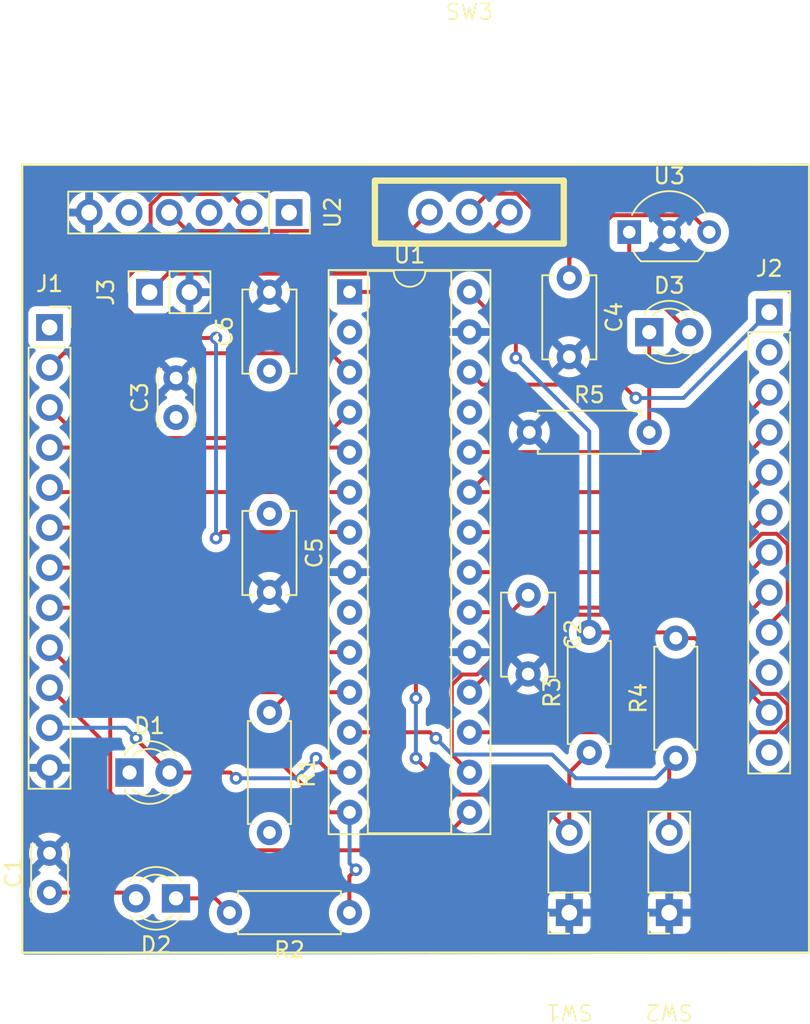
<source format=kicad_pcb>
(kicad_pcb (version 20221018) (generator pcbnew)
  (layers (0 "F.Cu" signal) (31 "B.Cu" signal) (34 "B.Paste" user) (35 "F.Paste" user) (36 "B.SilkS" user "B.Silkscreen") (37 "F.SilkS" user "F.Silkscreen") (38 "B.Mask" user) (39 "F.Mask" user) (44 "Edge.Cuts" user))
  (net 0 "")
  (net 1 "+3.3V")
  (net 2 "GND")
  (net 3 "Net-(U1-Vcap)")
  (net 4 "Net-(SW3-B)")
  (net 5 "Net-(D3-A)")
  (net 6 "Net-(D1-K)")
  (net 7 "Net-(D2-K)")
  (net 8 "Net-(D3-K)")
  (net 9 "/A0")
  (net 10 "/A1")
  (net 11 "/B0")
  (net 12 "/B1")
  (net 13 "/B2")
  (net 14 "/A3")
  (net 15 "/GREEN")
  (net 16 "/YELLOW")
  (net 17 "/B6")
  (net 18 "/Vin")
  (net 19 "/B15")
  (net 20 "/B14")
  (net 21 "/B13")
  (net 22 "/B12")
  (net 23 "/B11")
  (net 24 "/B10")
  (net 25 "/B9")
  (net 26 "/B8")
  (net 27 "/B7")
  (net 29 "Net-(J3-Power)")
  (net 30 "/USER")
  (net 31 "+5V")
  (net 32 "/~{MCLR}")
  (net 33 "/U1TX")
  (net 34 "/U1RX")
  (footprint "Resistor_THT:R_Axial_DIN0207_L6.3mm_D2.5mm_P7.62mm_Horizontal" (layer "F.Cu") (at 146.905 83.455 -90)
    (fp_text reference "R1" (at 3.81 -2.37 90) (layer "F.SilkS"))
    (fp_text value "330")
    (fp_line (start 0.54 -1.37) (end 7.08 -1.37) (stroke (width 0.12)) (layer "F.SilkS"))
    (fp_line (start 0.54 -1.04) (end 0.54 -1.37) (stroke (width 0.12)) (layer "F.SilkS"))
    (fp_line (start 0.54 1.04) (end 0.54 1.37) (stroke (width 0.12)) (layer "F.SilkS"))
    (fp_line (start 0.54 1.37) (end 7.08 1.37) (stroke (width 0.12)) (layer "F.SilkS"))
    (fp_line (start 7.08 -1.37) (end 7.08 -1.04) (stroke (width 0.12)) (layer "F.SilkS"))
    (fp_line (start 7.08 1.37) (end 7.08 1.04) (stroke (width 0.12)) (layer "F.SilkS"))
    (pad "1" thru_hole circle (at 0 0 270) (size 1.6 1.6) (drill 0.8) (layers "*.Cu" "*.Mask") (net 15 "/GREEN"))
    (pad "2" thru_hole oval (at 7.62 0 270) (size 1.6 1.6) (drill 0.8) (layers "*.Cu" "*.Mask") (net 6 "Net-(D1-K)"))
  )
  (footprint "ME433HW4:Button" (layer "F.Cu") (at 172.305 93.615 180)
    (fp_text reference "SW2" (at 0 -8.86 180 unlocked) (layer "F.SilkS") (effects (font (thickness 0.1))))
    (fp_text value "USER")
    (fp_line (start -1.33 -1.27) (end -1.33 3.87) (stroke (width 0.12)) (layer "F.SilkS"))
    (fp_line (start -1.33 -1.27) (end 1.33 -1.27) (stroke (width 0.12)) (layer "F.SilkS"))
    (fp_line (start -1.33 3.87) (end 1.33 3.87) (stroke (width 0.12)) (layer "F.SilkS"))
    (fp_line (start 0 -3.87) (end 1.33 -3.87) (stroke (width 0.12)) (layer "F.SilkS"))
    (fp_line (start 1.33 -3.87) (end 1.33 -2.54) (stroke (width 0.12)) (layer "F.SilkS"))
    (fp_line (start 1.33 -1.27) (end 1.33 3.87) (stroke (width 0.12)) (layer "F.SilkS"))
    (pad "1" thru_hole rect (at 0 -2.54 180) (size 1.7 1.7) (drill 1) (layers "*.Cu" "*.Mask") (net 2 "GND"))
    (pad "2" thru_hole oval (at 0 2.54 180) (size 1.7 1.7) (drill 1) (layers "*.Cu" "*.Mask") (net 30 "/USER"))
  )
  (footprint "ME433HW4:Button" (layer "F.Cu") (at 165.955 93.615 180)
    (fp_text reference "SW1" (at 0 -8.86 180 unlocked) (layer "F.SilkS") (effects (font (thickness 0.1))))
    (fp_text value "MCLR")
    (fp_line (start -1.33 -1.27) (end -1.33 3.87) (stroke (width 0.12)) (layer "F.SilkS"))
    (fp_line (start -1.33 -1.27) (end 1.33 -1.27) (stroke (width 0.12)) (layer "F.SilkS"))
    (fp_line (start -1.33 3.87) (end 1.33 3.87) (stroke (width 0.12)) (layer "F.SilkS"))
    (fp_line (start 0 -3.87) (end 1.33 -3.87) (stroke (width 0.12)) (layer "F.SilkS"))
    (fp_line (start 1.33 -3.87) (end 1.33 -2.54) (stroke (width 0.12)) (layer "F.SilkS"))
    (fp_line (start 1.33 -1.27) (end 1.33 3.87) (stroke (width 0.12)) (layer "F.SilkS"))
    (pad "1" thru_hole rect (at 0 -2.54 180) (size 1.7 1.7) (drill 1) (layers "*.Cu" "*.Mask") (net 2 "GND"))
    (pad "2" thru_hole oval (at 0 2.54 180) (size 1.7 1.7) (drill 1) (layers "*.Cu" "*.Mask") (net 32 "/~{MCLR}"))
  )
  (footprint "LED_THT:LED_D3.0mm" (layer "F.Cu") (at 138.015 87.265)
    (fp_text reference "D1" (at 1.27 -2.96) (layer "F.SilkS"))
    (fp_text value "GREEN")
    (fp_line (start -0.29 -1.236) (end -0.29 -1.08) (stroke (width 0.12)) (layer "F.SilkS"))
    (fp_line (start -0.29 1.08) (end -0.29 1.236) (stroke (width 0.12)) (layer "F.SilkS"))
    (fp_arc (start -0.29 -1.235516) (mid 1.366487 -1.987659) (end 2.942335 -1.078608) (stroke (width 0.12)) (layer "F.SilkS"))
    (fp_arc (start 0.229039 -1.08) (mid 1.270117 -1.5) (end 2.31113 -1.079837) (stroke (width 0.12)) (layer "F.SilkS"))
    (fp_arc (start 2.31113 1.079837) (mid 1.270117 1.5) (end 0.229039 1.08) (stroke (width 0.12)) (layer "F.SilkS"))
    (fp_arc (start 2.942335 1.078608) (mid 1.366487 1.987659) (end -0.29 1.235516) (stroke (width 0.12)) (layer "F.SilkS"))
    (pad "1" thru_hole rect (at 0 0) (size 1.8 1.8) (drill 0.9) (layers "*.Cu" "*.Mask") (net 6 "Net-(D1-K)"))
    (pad "2" thru_hole circle (at 2.54 0) (size 1.8 1.8) (drill 0.9) (layers "*.Cu" "*.Mask") (net 1 "+3.3V"))
  )
  (footprint "Resistor_THT:R_Axial_DIN0207_L6.3mm_D2.5mm_P7.62mm_Horizontal" (layer "F.Cu") (at 167.225 85.995 90)
    (fp_text reference "R3" (at 3.81 -2.37 90) (layer "F.SilkS"))
    (fp_text value "10k")
    (fp_line (start 0.54 -1.37) (end 7.08 -1.37) (stroke (width 0.12)) (layer "F.SilkS"))
    (fp_line (start 0.54 -1.04) (end 0.54 -1.37) (stroke (width 0.12)) (layer "F.SilkS"))
    (fp_line (start 0.54 1.04) (end 0.54 1.37) (stroke (width 0.12)) (layer "F.SilkS"))
    (fp_line (start 0.54 1.37) (end 7.08 1.37) (stroke (width 0.12)) (layer "F.SilkS"))
    (fp_line (start 7.08 -1.37) (end 7.08 -1.04) (stroke (width 0.12)) (layer "F.SilkS"))
    (fp_line (start 7.08 1.37) (end 7.08 1.04) (stroke (width 0.12)) (layer "F.SilkS"))
    (pad "1" thru_hole circle (at 0 0 90) (size 1.6 1.6) (drill 0.8) (layers "*.Cu" "*.Mask") (net 32 "/~{MCLR}"))
    (pad "2" thru_hole oval (at 7.62 0 90) (size 1.6 1.6) (drill 0.8) (layers "*.Cu" "*.Mask") (net 1 "+3.3V"))
  )
  (footprint "Resistor_THT:R_Axial_DIN0207_L6.3mm_D2.5mm_P7.62mm_Horizontal" (layer "F.Cu") (at 151.985 96.155 180)
    (fp_text reference "R2" (at 3.81 -2.37) (layer "F.SilkS"))
    (fp_text value "330")
    (fp_line (start 0.54 -1.37) (end 7.08 -1.37) (stroke (width 0.12)) (layer "F.SilkS"))
    (fp_line (start 0.54 -1.04) (end 0.54 -1.37) (stroke (width 0.12)) (layer "F.SilkS"))
    (fp_line (start 0.54 1.04) (end 0.54 1.37) (stroke (width 0.12)) (layer "F.SilkS"))
    (fp_line (start 0.54 1.37) (end 7.08 1.37) (stroke (width 0.12)) (layer "F.SilkS"))
    (fp_line (start 7.08 -1.37) (end 7.08 -1.04) (stroke (width 0.12)) (layer "F.SilkS"))
    (fp_line (start 7.08 1.37) (end 7.08 1.04) (stroke (width 0.12)) (layer "F.SilkS"))
    (pad "1" thru_hole circle (at 0 0 180) (size 1.6 1.6) (drill 0.8) (layers "*.Cu" "*.Mask") (net 16 "/YELLOW"))
    (pad "2" thru_hole oval (at 7.62 0 180) (size 1.6 1.6) (drill 0.8) (layers "*.Cu" "*.Mask") (net 7 "Net-(D2-K)"))
  )
  (footprint "LED_THT:LED_D3.0mm" (layer "F.Cu") (at 171.035 59.325)
    (fp_text reference "D3" (at 1.27 -2.96) (layer "F.SilkS"))
    (fp_text value "RED")
    (fp_line (start -0.29 -1.236) (end -0.29 -1.08) (stroke (width 0.12)) (layer "F.SilkS"))
    (fp_line (start -0.29 1.08) (end -0.29 1.236) (stroke (width 0.12)) (layer "F.SilkS"))
    (fp_arc (start -0.29 -1.235516) (mid 1.366487 -1.987659) (end 2.942335 -1.078608) (stroke (width 0.12)) (layer "F.SilkS"))
    (fp_arc (start 0.229039 -1.08) (mid 1.270117 -1.5) (end 2.31113 -1.079837) (stroke (width 0.12)) (layer "F.SilkS"))
    (fp_arc (start 2.31113 1.079837) (mid 1.270117 1.5) (end 0.229039 1.08) (stroke (width 0.12)) (layer "F.SilkS"))
    (fp_arc (start 2.942335 1.078608) (mid 1.366487 1.987659) (end -0.29 1.235516) (stroke (width 0.12)) (layer "F.SilkS"))
    (pad "1" thru_hole rect (at 0 0) (size 1.8 1.8) (drill 0.9) (layers "*.Cu" "*.Mask") (net 8 "Net-(D3-K)"))
    (pad "2" thru_hole circle (at 2.54 0) (size 1.8 1.8) (drill 0.9) (layers "*.Cu" "*.Mask") (net 5 "Net-(D3-A)"))
  )
  (footprint "Connector_PinSocket_2.54mm:PinSocket_1x12_P2.54mm_Vertical" (layer "F.Cu") (at 178.655 58.055)
    (fp_text reference "J2" (at 0 -2.77) (layer "F.SilkS"))
    (fp_text value "RIGHT")
    (fp_line (start -1.33 1.27) (end -1.33 29.27) (stroke (width 0.12)) (layer "F.SilkS"))
    (fp_line (start -1.33 1.27) (end 1.33 1.27) (stroke (width 0.12)) (layer "F.SilkS"))
    (fp_line (start -1.33 29.27) (end 1.33 29.27) (stroke (width 0.12)) (layer "F.SilkS"))
    (fp_line (start 0 -1.33) (end 1.33 -1.33) (stroke (width 0.12)) (layer "F.SilkS"))
    (fp_line (start 1.33 -1.33) (end 1.33 0) (stroke (width 0.12)) (layer "F.SilkS"))
    (fp_line (start 1.33 1.27) (end 1.33 29.27) (stroke (width 0.12)) (layer "F.SilkS"))
    (pad "1" thru_hole rect (at 0 0) (size 1.7 1.7) (drill 1) (layers "*.Cu" "*.Mask") (net 19 "/B15"))
    (pad "2" thru_hole oval (at 0 2.54) (size 1.7 1.7) (drill 1) (layers "*.Cu" "*.Mask") (net 20 "/B14"))
    (pad "3" thru_hole oval (at 0 5.08) (size 1.7 1.7) (drill 1) (layers "*.Cu" "*.Mask") (net 21 "/B13"))
    (pad "4" thru_hole oval (at 0 7.62) (size 1.7 1.7) (drill 1) (layers "*.Cu" "*.Mask") (net 22 "/B12"))
    (pad "5" thru_hole oval (at 0 10.16) (size 1.7 1.7) (drill 1) (layers "*.Cu" "*.Mask") (net 23 "/B11"))
    (pad "6" thru_hole oval (at 0 12.7) (size 1.7 1.7) (drill 1) (layers "*.Cu" "*.Mask") (net 24 "/B10"))
    (pad "7" thru_hole oval (at 0 15.24) (size 1.7 1.7) (drill 1) (layers "*.Cu" "*.Mask") (net 25 "/B9"))
    (pad "8" thru_hole oval (at 0 17.78) (size 1.7 1.7) (drill 1) (layers "*.Cu" "*.Mask") (net 26 "/B8"))
    (pad "9" thru_hole oval (at 0 20.32) (size 1.7 1.7) (drill 1) (layers "*.Cu" "*.Mask") (net 27 "/B7"))
    (pad "10" thru_hole oval (at 0 22.86) (size 1.7 1.7) (drill 1) (layers "*.Cu" "*.Mask") (net 18 "/Vin"))
    (pad "11" thru_hole oval (at 0 25.4) (size 1.7 1.7) (drill 1) (layers "*.Cu" "*.Mask") (net 1 "+3.3V"))
    (pad "12" thru_hole oval (at 0 27.94) (size 1.7 1.7) (drill 1) (layers "*.Cu" "*.Mask"))
  )
  (footprint "Capacitor_THT:C_Disc_D5.1mm_W3.2mm_P5.00mm" (layer "F.Cu") (at 165.955 55.88 -90)
    (fp_text reference "C4" (at 2.5 -2.85 90) (layer "F.SilkS"))
    (fp_text value "1 µF")
    (fp_line (start -0.17 -1.721) (end -0.17 -1.055) (stroke (width 0.12)) (layer "F.SilkS"))
    (fp_line (start -0.17 -1.721) (end 5.17 -1.721) (stroke (width 0.12)) (layer "F.SilkS"))
    (fp_line (start -0.17 1.055) (end -0.17 1.721) (stroke (width 0.12)) (layer "F.SilkS"))
    (fp_line (start -0.17 1.721) (end 5.17 1.721) (stroke (width 0.12)) (layer "F.SilkS"))
    (fp_line (start 5.17 -1.721) (end 5.17 -1.055) (stroke (width 0.12)) (layer "F.SilkS"))
    (fp_line (start 5.17 1.055) (end 5.17 1.721) (stroke (width 0.12)) (layer "F.SilkS"))
    (pad "1" thru_hole circle (at 0 0 270) (size 1.6 1.6) (drill 0.8) (layers "*.Cu" "*.Mask") (net 4 "Net-(SW3-B)"))
    (pad "2" thru_hole circle (at 5 0 270) (size 1.6 1.6) (drill 0.8) (layers "*.Cu" "*.Mask") (net 2 "GND"))
  )
  (footprint "Resistor_THT:R_Axial_DIN0207_L6.3mm_D2.5mm_P7.62mm_Horizontal" (layer "F.Cu") (at 163.415 65.675)
    (fp_text reference "R5" (at 3.81 -2.37) (layer "F.SilkS"))
    (fp_text value "330")
    (fp_line (start 0.54 -1.37) (end 7.08 -1.37) (stroke (width 0.12)) (layer "F.SilkS"))
    (fp_line (start 0.54 -1.04) (end 0.54 -1.37) (stroke (width 0.12)) (layer "F.SilkS"))
    (fp_line (start 0.54 1.04) (end 0.54 1.37) (stroke (width 0.12)) (layer "F.SilkS"))
    (fp_line (start 0.54 1.37) (end 7.08 1.37) (stroke (width 0.12)) (layer "F.SilkS"))
    (fp_line (start 7.08 -1.37) (end 7.08 -1.04) (stroke (width 0.12)) (layer "F.SilkS"))
    (fp_line (start 7.08 1.37) (end 7.08 1.04) (stroke (width 0.12)) (layer "F.SilkS"))
    (pad "1" thru_hole circle (at 0 0) (size 1.6 1.6) (drill 0.8) (layers "*.Cu" "*.Mask") (net 2 "GND"))
    (pad "2" thru_hole oval (at 7.62 0) (size 1.6 1.6) (drill 0.8) (layers "*.Cu" "*.Mask") (net 8 "Net-(D3-K)"))
  )
  (footprint "Connector_PinSocket_2.54mm:PinSocket_1x02_P2.54mm_Vertical" (layer "F.Cu") (at 139.285 56.785 90)
    (fp_text reference "J3" (at 0 -2.77 90) (layer "F.SilkS"))
    (fp_text value "~")
    (fp_line (start -1.33 1.27) (end -1.33 3.87) (stroke (width 0.12)) (layer "F.SilkS"))
    (fp_line (start -1.33 1.27) (end 1.33 1.27) (stroke (width 0.12)) (layer "F.SilkS"))
    (fp_line (start -1.33 3.87) (end 1.33 3.87) (stroke (width 0.12)) (layer "F.SilkS"))
    (fp_line (start 0 -1.33) (end 1.33 -1.33) (stroke (width 0.12)) (layer "F.SilkS"))
    (fp_line (start 1.33 -1.33) (end 1.33 0) (stroke (width 0.12)) (layer "F.SilkS"))
    (fp_line (start 1.33 1.27) (end 1.33 3.87) (stroke (width 0.12)) (layer "F.SilkS"))
    (pad "1" thru_hole rect (at 0 0 90) (size 1.7 1.7) (drill 1) (layers "*.Cu" "*.Mask") (net 29 "Net-(J3-Power)"))
    (pad "2" thru_hole oval (at 0 2.54 90) (size 1.7 1.7) (drill 1) (layers "*.Cu" "*.Mask") (net 2 "GND"))
  )
  (footprint "Capacitor_THT:C_Disc_D3.4mm_W2.1mm_P2.50mm" (layer "F.Cu") (at 132.935 94.885 90)
    (fp_text reference "C1" (at 1.25 -2.3 90) (layer "F.SilkS"))
    (fp_text value "0.1 µF")
    (fp_line (start -0.57 -1.17) (end -0.57 -0.925) (stroke (width 0.12)) (layer "F.SilkS"))
    (fp_line (start -0.57 -1.17) (end 3.07 -1.17) (stroke (width 0.12)) (layer "F.SilkS"))
    (fp_line (start -0.57 0.925) (end -0.57 1.17) (stroke (width 0.12)) (layer "F.SilkS"))
    (fp_line (start -0.57 1.17) (end 3.07 1.17) (stroke (width 0.12)) (layer "F.SilkS"))
    (fp_line (start 3.07 -1.17) (end 3.07 -0.925) (stroke (width 0.12)) (layer "F.SilkS"))
    (fp_line (start 3.07 0.925) (end 3.07 1.17) (stroke (width 0.12)) (layer "F.SilkS"))
    (pad "1" thru_hole circle (at 0 0 90) (size 1.6 1.6) (drill 0.8) (layers "*.Cu" "*.Mask") (net 1 "+3.3V"))
    (pad "2" thru_hole circle (at 2.5 0 90) (size 1.6 1.6) (drill 0.8) (layers "*.Cu" "*.Mask") (net 2 "GND"))
  )
  (footprint "Connector_PinSocket_2.54mm:PinSocket_1x12_P2.54mm_Vertical" (layer "F.Cu") (at 132.935 59.025)
    (fp_text reference "J1" (at 0 -2.77) (layer "F.SilkS"))
    (fp_text value "LEFT")
    (fp_line (start -1.33 1.27) (end -1.33 29.27) (stroke (width 0.12)) (layer "F.SilkS"))
    (fp_line (start -1.33 1.27) (end 1.33 1.27) (stroke (width 0.12)) (layer "F.SilkS"))
    (fp_line (start -1.33 29.27) (end 1.33 29.27) (stroke (width 0.12)) (layer "F.SilkS"))
    (fp_line (start 0 -1.33) (end 1.33 -1.33) (stroke (width 0.12)) (layer "F.SilkS"))
    (fp_line (start 1.33 -1.33) (end 1.33 0) (stroke (width 0.12)) (layer "F.SilkS"))
    (fp_line (start 1.33 1.27) (end 1.33 29.27) (stroke (width 0.12)) (layer "F.SilkS"))
    (pad "1" thru_hole rect (at 0 0) (size 1.7 1.7) (drill 1) (layers "*.Cu" "*.Mask") (net 9 "/A0"))
    (pad "2" thru_hole oval (at 0 2.54) (size 1.7 1.7) (drill 1) (layers "*.Cu" "*.Mask") (net 10 "/A1"))
    (pad "3" thru_hole oval (at 0 5.08) (size 1.7 1.7) (drill 1) (layers "*.Cu" "*.Mask") (net 11 "/B0"))
    (pad "4" thru_hole oval (at 0 7.62) (size 1.7 1.7) (drill 1) (layers "*.Cu" "*.Mask") (net 12 "/B1"))
    (pad "5" thru_hole oval (at 0 10.16) (size 1.7 1.7) (drill 1) (layers "*.Cu" "*.Mask") (net 13 "/B2"))
    (pad "6" thru_hole oval (at 0 12.7) (size 1.7 1.7) (drill 1) (layers "*.Cu" "*.Mask") (net 14 "/A3"))
    (pad "7" thru_hole oval (at 0 15.24) (size 1.7 1.7) (drill 1) (layers "*.Cu" "*.Mask") (net 15 "/GREEN"))
    (pad "8" thru_hole oval (at 0 17.78) (size 1.7 1.7) (drill 1) (layers "*.Cu" "*.Mask") (net 16 "/YELLOW"))
    (pad "9" thru_hole oval (at 0 20.32) (size 1.7 1.7) (drill 1) (layers "*.Cu" "*.Mask") (net 17 "/B6"))
    (pad "10" thru_hole oval (at 0 22.86) (size 1.7 1.7) (drill 1) (layers "*.Cu" "*.Mask") (net 18 "/Vin"))
    (pad "11" thru_hole oval (at 0 25.4) (size 1.7 1.7) (drill 1) (layers "*.Cu" "*.Mask") (net 1 "+3.3V"))
    (pad "12" thru_hole oval (at 0 27.94) (size 1.7 1.7) (drill 1) (layers "*.Cu" "*.Mask") (net 2 "GND"))
  )
  (footprint "LED_THT:LED_D3.0mm" (layer "F.Cu") (at 140.97 95.25 180)
    (fp_text reference "D2" (at 1.27 -2.96) (layer "F.SilkS"))
    (fp_text value "YELLOW")
    (fp_line (start -0.29 -1.236) (end -0.29 -1.08) (stroke (width 0.12)) (layer "F.SilkS"))
    (fp_line (start -0.29 1.08) (end -0.29 1.236) (stroke (width 0.12)) (layer "F.SilkS"))
    (fp_arc (start -0.29 -1.235516) (mid 1.366487 -1.987659) (end 2.942335 -1.078608) (stroke (width 0.12)) (layer "F.SilkS"))
    (fp_arc (start 0.229039 -1.08) (mid 1.270117 -1.5) (end 2.31113 -1.079837) (stroke (width 0.12)) (layer "F.SilkS"))
    (fp_arc (start 2.31113 1.079837) (mid 1.270117 1.5) (end 0.229039 1.08) (stroke (width 0.12)) (layer "F.SilkS"))
    (fp_arc (start 2.942335 1.078608) (mid 1.366487 1.987659) (end -0.29 1.235516) (stroke (width 0.12)) (layer "F.SilkS"))
    (pad "1" thru_hole rect (at 0 0 180) (size 1.8 1.8) (drill 0.9) (layers "*.Cu" "*.Mask") (net 7 "Net-(D2-K)"))
    (pad "2" thru_hole circle (at 2.54 0 180) (size 1.8 1.8) (drill 0.9) (layers "*.Cu" "*.Mask") (net 1 "+3.3V"))
  )
  (footprint "Package_DIP:DIP-28_W7.62mm_Socket" (layer "F.Cu") (at 151.995 56.77)
    (fp_text reference "U1" (at 3.81 -2.33) (layer "F.SilkS"))
    (fp_text value "PIC32")
    (fp_line (start -1.33 -1.39) (end -1.33 34.41) (stroke (width 0.12)) (layer "F.SilkS"))
    (fp_line (start -1.33 34.41) (end 8.95 34.41) (stroke (width 0.12)) (layer "F.SilkS"))
    (fp_line (start 1.16 -1.33) (end 1.16 34.35) (stroke (width 0.12)) (layer "F.SilkS"))
    (fp_line (start 1.16 34.35) (end 6.46 34.35) (stroke (width 0.12)) (layer "F.SilkS"))
    (fp_line (start 2.81 -1.33) (end 1.16 -1.33) (stroke (width 0.12)) (layer "F.SilkS"))
    (fp_line (start 6.46 -1.33) (end 4.81 -1.33) (stroke (width 0.12)) (layer "F.SilkS"))
    (fp_line (start 6.46 34.35) (end 6.46 -1.33) (stroke (width 0.12)) (layer "F.SilkS"))
    (fp_line (start 8.95 -1.39) (end -1.33 -1.39) (stroke (width 0.12)) (layer "F.SilkS"))
    (fp_line (start 8.95 34.41) (end 8.95 -1.39) (stroke (width 0.12)) (layer "F.SilkS"))
    (fp_arc (start 4.81 -1.33) (mid 3.81 -0.33) (end 2.81 -1.33) (stroke (width 0.12)) (layer "F.SilkS"))
    (pad "1" thru_hole rect (at 0 0) (size 1.6 1.6) (drill 0.8) (layers "*.Cu" "*.Mask") (net 32 "/~{MCLR}"))
    (pad "2" thru_hole oval (at 0 2.54) (size 1.6 1.6) (drill 0.8) (layers "*.Cu" "*.Mask") (net 9 "/A0"))
    (pad "3" thru_hole oval (at 0 5.08) (size 1.6 1.6) (drill 0.8) (layers "*.Cu" "*.Mask") (net 10 "/A1"))
    (pad "4" thru_hole oval (at 0 7.62) (size 1.6 1.6) (drill 0.8) (layers "*.Cu" "*.Mask") (net 11 "/B0"))
    (pad "5" thru_hole oval (at 0 10.16) (size 1.6 1.6) (drill 0.8) (layers "*.Cu" "*.Mask") (net 12 "/B1"))
    (pad "6" thru_hole oval (at 0 12.7) (size 1.6 1.6) (drill 0.8) (layers "*.Cu" "*.Mask") (net 13 "/B2"))
    (pad "7" thru_hole oval (at 0 15.24) (size 1.6 1.6) (drill 0.8) (layers "*.Cu" "*.Mask") (net 33 "/U1TX"))
    (pad "8" thru_hole oval (at 0 17.78) (size 1.6 1.6) (drill 0.8) (layers "*.Cu" "*.Mask") (net 2 "GND"))
    (pad "9" thru_hole oval (at 0 20.32) (size 1.6 1.6) (drill 0.8) (layers "*.Cu" "*.Mask") (net 34 "/U1RX"))
    (pad "10" thru_hole oval (at 0 22.86) (size 1.6 1.6) (drill 0.8) (layers "*.Cu" "*.Mask") (net 14 "/A3"))
    (pad "11" thru_hole oval (at 0 25.4) (size 1.6 1.6) (drill 0.8) (layers "*.Cu" "*.Mask") (net 15 "/GREEN"))
    (pad "12" thru_hole oval (at 0 27.94) (size 1.6 1.6) (drill 0.8) (layers "*.Cu" "*.Mask") (net 30 "/USER"))
    (pad "13" thru_hole oval (at 0 30.48) (size 1.6 1.6) (drill 0.8) (layers "*.Cu" "*.Mask") (net 1 "+3.3V"))
    (pad "14" thru_hole oval (at 0 33.02) (size 1.6 1.6) (drill 0.8) (layers "*.Cu" "*.Mask") (net 16 "/YELLOW"))
    (pad "15" thru_hole oval (at 7.62 33.02) (size 1.6 1.6) (drill 0.8) (layers "*.Cu" "*.Mask") (net 17 "/B6"))
    (pad "16" thru_hole oval (at 7.62 30.48) (size 1.6 1.6) (drill 0.8) (layers "*.Cu" "*.Mask") (net 27 "/B7"))
    (pad "17" thru_hole oval (at 7.62 27.94) (size 1.6 1.6) (drill 0.8) (layers "*.Cu" "*.Mask") (net 26 "/B8"))
    (pad "18" thru_hole oval (at 7.62 25.4) (size 1.6 1.6) (drill 0.8) (layers "*.Cu" "*.Mask") (net 25 "/B9"))
    (pad "19" thru_hole oval (at 7.62 22.86) (size 1.6 1.6) (drill 0.8) (layers "*.Cu" "*.Mask") (net 2 "GND"))
    (pad "20" thru_hole oval (at 7.62 20.32) (size 1.6 1.6) (drill 0.8) (layers "*.Cu" "*.Mask") (net 3 "Net-(U1-Vcap)"))
    (pad "21" thru_hole oval (at 7.62 17.78) (size 1.6 1.6) (drill 0.8) (layers "*.Cu" "*.Mask") (net 24 "/B10"))
    (pad "22" thru_hole oval (at 7.62 15.24) (size 1.6 1.6) (drill 0.8) (layers "*.Cu" "*.Mask") (net 23 "/B11"))
    (pad "23" thru_hole oval (at 7.62 12.7) (size 1.6 1.6) (drill 0.8) (layers "*.Cu" "*.Mask") (net 22 "/B12"))
    (pad "24" thru_hole oval (at 7.62 10.16) (size 1.6 1.6) (drill 0.8) (layers "*.Cu" "*.Mask") (net 21 "/B13"))
    (pad "25" thru_hole oval (at 7.62 7.62) (size 1.6 1.6) (drill 0.8) (layers "*.Cu" "*.Mask") (net 20 "/B14"))
    (pad "26" thru_hole oval (at 7.62 5.08) (size 1.6 1.6) (drill 0.8) (layers "*.Cu" "*.Mask") (net 19 "/B15"))
    (pad "27" thru_hole oval (at 7.62 2.54) (size 1.6 1.6) (drill 0.8) (layers "*.Cu" "*.Mask") (net 2 "GND"))
    (pad "28" thru_hole oval (at 7.62 0) (size 1.6 1.6) (drill 0.8) (layers "*.Cu" "*.Mask") (net 1 "+3.3V"))
  )
  (footprint "Capacitor_THT:C_Disc_D5.1mm_W3.2mm_P5.00mm" (layer "F.Cu") (at 146.905 61.785 90)
    (fp_text reference "C6" (at 2.5 -2.85 90) (layer "F.SilkS"))
    (fp_text value "1 µF")
    (fp_line (start -0.17 -1.721) (end -0.17 -1.055) (stroke (width 0.12)) (layer "F.SilkS"))
    (fp_line (start -0.17 -1.721) (end 5.17 -1.721) (stroke (width 0.12)) (layer "F.SilkS"))
    (fp_line (start -0.17 1.055) (end -0.17 1.721) (stroke (width 0.12)) (layer "F.SilkS"))
    (fp_line (start -0.17 1.721) (end 5.17 1.721) (stroke (width 0.12)) (layer "F.SilkS"))
    (fp_line (start 5.17 -1.721) (end 5.17 -1.055) (stroke (width 0.12)) (layer "F.SilkS"))
    (fp_line (start 5.17 1.055) (end 5.17 1.721) (stroke (width 0.12)) (layer "F.SilkS"))
    (pad "1" thru_hole circle (at 0 0 90) (size 1.6 1.6) (drill 0.8) (layers "*.Cu" "*.Mask") (net 5 "Net-(D3-A)"))
    (pad "2" thru_hole circle (at 5 0 90) (size 1.6 1.6) (drill 0.8) (layers "*.Cu" "*.Mask") (net 2 "GND"))
  )
  (footprint "Package_TO_SOT_THT:TO-92_Inline_Wide" (layer "F.Cu") (at 169.765 52.975)
    (fp_text reference "U3" (at 2.54 -3.56) (layer "F.SilkS"))
    (fp_text value "AP7384-33V")
    (fp_line (start 0.74 1.85) (end 4.34 1.85) (stroke (width 0.12)) (layer "F.SilkS"))
    (fp_arc (start 0.1836 -1.098807) (mid 1.143021 -2.192817) (end 2.54 -2.6) (stroke (width 0.12)) (layer "F.SilkS"))
    (fp_arc (start 0.74 1.85) (mid 0.446097 1.509328) (end 0.215816 1.122795) (stroke (width 0.12)) (layer "F.SilkS"))
    (fp_arc (start 2.54 -2.6) (mid 3.936979 -2.192818) (end 4.8964 -1.098807) (stroke (width 0.12)) (layer "F.SilkS"))
    (fp_arc (start 4.864184 1.122795) (mid 4.633903 1.509328) (end 4.34 1.85) (stroke (width 0.12)) (layer "F.SilkS"))
    (pad "1" thru_hole rect (at 0 0) (size 1.5 1.5) (drill 0.8) (layers "*.Cu" "*.Mask") (net 5 "Net-(D3-A)"))
    (pad "2" thru_hole circle (at 2.54 0) (size 1.5 1.5) (drill 0.8) (layers "*.Cu" "*.Mask") (net 2 "GND"))
    (pad "3" thru_hole circle (at 5.08 0) (size 1.5 1.5) (drill 0.8) (layers "*.Cu" "*.Mask") (net 4 "Net-(SW3-B)"))
  )
  (footprint "Capacitor_THT:C_Disc_D5.1mm_W3.2mm_P5.00mm" (layer "F.Cu") (at 163.339957 76.01534 -90)
    (fp_text reference "C2" (at 2.5 -2.85 90) (layer "F.SilkS"))
    (fp_text value "1 µF")
    (fp_line (start -0.17 -1.721) (end -0.17 -1.055) (stroke (width 0.12)) (layer "F.SilkS"))
    (fp_line (start -0.17 -1.721) (end 5.17 -1.721) (stroke (width 0.12)) (layer "F.SilkS"))
    (fp_line (start -0.17 1.055) (end -0.17 1.721) (stroke (width 0.12)) (layer "F.SilkS"))
    (fp_line (start -0.17 1.721) (end 5.17 1.721) (stroke (width 0.12)) (layer "F.SilkS"))
    (fp_line (start 5.17 -1.721) (end 5.17 -1.055) (stroke (width 0.12)) (layer "F.SilkS"))
    (fp_line (start 5.17 1.055) (end 5.17 1.721) (stroke (width 0.12)) (layer "F.SilkS"))
    (pad "1" thru_hole circle (at 0 0 270) (size 1.6 1.6) (drill 0.8) (layers "*.Cu" "*.Mask") (net 3 "Net-(U1-Vcap)"))
    (pad "2" thru_hole circle (at 5 0 270) (size 1.6 1.6) (drill 0.8) (layers "*.Cu" "*.Mask") (net 2 "GND"))
  )
  (footprint "Connector_PinSocket_2.54mm:PinSocket_1x06_P2.54mm_Vertical" (layer "F.Cu") (at 148.15 51.73 -90)
    (fp_text reference "U2" (at 0 -2.77 90) (layer "F.SilkS"))
    (fp_text value "UART Friend")
    (fp_line (start -1.33 1.27) (end -1.33 14.03) (stroke (width 0.12)) (layer "F.SilkS"))
    (fp_line (start -1.33 1.27) (end 1.33 1.27) (stroke (width 0.12)) (layer "F.SilkS"))
    (fp_line (start -1.33 14.03) (end 1.33 14.03) (stroke (width 0.12)) (layer "F.SilkS"))
    (fp_line (start 0 -1.33) (end 1.33 -1.33) (stroke (width 0.12)) (layer "F.SilkS"))
    (fp_line (start 1.33 -1.33) (end 1.33 0) (stroke (width 0.12)) (layer "F.SilkS"))
    (fp_line (start 1.33 1.27) (end 1.33 14.03) (stroke (width 0.12)) (layer "F.SilkS"))
    (pad "1" thru_hole rect (at 0 0 270) (size 1.7 1.7) (drill 1) (layers "*.Cu" "*.Mask"))
    (pad "2" thru_hole oval (at 0 2.54 270) (size 1.7 1.7) (drill 1) (layers "*.Cu" "*.Mask") (net 33 "/U1TX"))
    (pad "3" thru_hole oval (at 0 5.08 270) (size 1.7 1.7) (drill 1) (layers "*.Cu" "*.Mask") (net 34 "/U1RX"))
    (pad "4" thru_hole oval (at 0 7.62 270) (size 1.7 1.7) (drill 1) (layers "*.Cu" "*.Mask") (net 31 "+5V"))
    (pad "5" thru_hole oval (at 0 10.16 270) (size 1.7 1.7) (drill 1) (layers "*.Cu" "*.Mask"))
    (pad "6" thru_hole oval (at 0 12.7 270) (size 1.7 1.7) (drill 1) (layers "*.Cu" "*.Mask") (net 2 "GND"))
  )
  (footprint "ME433HW4:SlideSwitch" (layer "F.Cu") (at 159.605 51.705)
    (fp_text reference "SW3" (at 0 -12.7 unlocked) (layer "F.SilkS") (effects (font (thickness 0.1))))
    (fp_text value "SW_SIDE")
    (fp_line (start -6 -2) (end 6 -2) (stroke (width 0.4)) (layer "F.SilkS"))
    (fp_line (start -6 2) (end -6 -2) (stroke (width 0.4)) (layer "F.SilkS"))
    (fp_line (start -6 2) (end 6 2) (stroke (width 0.4)) (layer "F.SilkS"))
    (fp_line (start 6 2) (end 6 -2) (stroke (width 0.4)) (layer "F.SilkS"))
    (pad "1" thru_hole circle (at -2.54 0) (size 1.7 1.7) (drill 1) (layers "*.Cu" "*.Mask") (net 31 "+5V"))
    (pad "2" thru_hole circle (at 0 0) (size 1.7 1.7) (drill 1) (layers "*.Cu" "*.Mask") (net 4 "Net-(SW3-B)"))
    (pad "3" thru_hole circle (at 2.54 0) (size 1.7 1.7) (drill 1) (layers "*.Cu" "*.Mask") (net 29 "Net-(J3-Power)"))
  )
  (footprint "Resistor_THT:R_Axial_DIN0207_L6.3mm_D2.5mm_P7.62mm_Horizontal" (layer "F.Cu") (at 172.72 86.36 90)
    (fp_text reference "R4" (at 3.81 -2.37 90) (layer "F.SilkS"))
    (fp_text value "10k")
    (fp_line (start 0.54 -1.37) (end 7.08 -1.37) (stroke (width 0.12)) (layer "F.SilkS"))
    (fp_line (start 0.54 -1.04) (end 0.54 -1.37) (stroke (width 0.12)) (layer "F.SilkS"))
    (fp_line (start 0.54 1.04) (end 0.54 1.37) (stroke (width 0.12)) (layer "F.SilkS"))
    (fp_line (start 0.54 1.37) (end 7.08 1.37) (stroke (width 0.12)) (layer "F.SilkS"))
    (fp_line (start 7.08 -1.37) (end 7.08 -1.04) (stroke (width 0.12)) (layer "F.SilkS"))
    (fp_line (start 7.08 1.37) (end 7.08 1.04) (stroke (width 0.12)) (layer "F.SilkS"))
    (pad "1" thru_hole circle (at 0 0 90) (size 1.6 1.6) (drill 0.8) (layers "*.Cu" "*.Mask") (net 30 "/USER"))
    (pad "2" thru_hole oval (at 7.62 0 90) (size 1.6 1.6) (drill 0.8) (layers "*.Cu" "*.Mask") (net 1 "+3.3V"))
  )
  (footprint "Capacitor_THT:C_Disc_D3.4mm_W2.1mm_P2.50mm" (layer "F.Cu") (at 140.97 64.73 90)
    (fp_text reference "C3" (at 1.25 -2.3 90) (layer "F.SilkS"))
    (fp_text value "0.1 µF")
    (fp_line (start -0.57 -1.17) (end -0.57 -0.925) (stroke (width 0.12)) (layer "F.SilkS"))
    (fp_line (start -0.57 -1.17) (end 3.07 -1.17) (stroke (width 0.12)) (layer "F.SilkS"))
    (fp_line (start -0.57 0.925) (end -0.57 1.17) (stroke (width 0.12)) (layer "F.SilkS"))
    (fp_line (start -0.57 1.17) (end 3.07 1.17) (stroke (width 0.12)) (layer "F.SilkS"))
    (fp_line (start 3.07 -1.17) (end 3.07 -0.925) (stroke (width 0.12)) (layer "F.SilkS"))
    (fp_line (start 3.07 0.925) (end 3.07 1.17) (stroke (width 0.12)) (layer "F.SilkS"))
    (pad "1" thru_hole circle (at 0 0 90) (size 1.6 1.6) (drill 0.8) (layers "*.Cu" "*.Mask") (net 1 "+3.3V"))
    (pad "2" thru_hole circle (at 2.5 0 90) (size 1.6 1.6) (drill 0.8) (layers "*.Cu" "*.Mask") (net 2 "GND"))
  )
  (footprint "Capacitor_THT:C_Disc_D5.1mm_W3.2mm_P5.00mm" (layer "F.Cu") (at 146.905 70.835 -90)
    (fp_text reference "C5" (at 2.5 -2.85 90) (layer "F.SilkS"))
    (fp_text value "1 µF")
    (fp_line (start -0.17 -1.721) (end -0.17 -1.055) (stroke (width 0.12)) (layer "F.SilkS"))
    (fp_line (start -0.17 -1.721) (end 5.17 -1.721) (stroke (width 0.12)) (layer "F.SilkS"))
    (fp_line (start -0.17 1.055) (end -0.17 1.721) (stroke (width 0.12)) (layer "F.SilkS"))
    (fp_line (start -0.17 1.721) (end 5.17 1.721) (stroke (width 0.12)) (layer "F.SilkS"))
    (fp_line (start 5.17 -1.721) (end 5.17 -1.055) (stroke (width 0.12)) (layer "F.SilkS"))
    (fp_line (start 5.17 1.055) (end 5.17 1.721) (stroke (width 0.12)) (layer "F.SilkS"))
    (pad "1" thru_hole circle (at 0 0 270) (size 1.6 1.6) (drill 0.8) (layers "*.Cu" "*.Mask") (net 5 "Net-(D3-A)"))
    (pad "2" thru_hole circle (at 5 0 270) (size 1.6 1.6) (drill 0.8) (layers "*.Cu" "*.Mask") (net 2 "GND"))
  )
  (gr_rect (start 131.195 48.695) (end 181.195 98.695) (stroke (width 0.15)) (fill none) (layer "F.SilkS"))
  (segment (start 172.72 78.74) (end 173.94 78.74) (width 0.25) (layer "F.Cu") (net 1))
  (segment (start 140.555 87.265) (end 144.415 87.265) (width 0.25) (layer "F.Cu") (net 1))
  (segment (start 173.94 78.74) (end 178.655 83.455) (width 0.25) (layer "F.Cu") (net 1))
  (segment (start 140.92 87.63) (end 140.97 87.63) (width 0.25) (layer "F.Cu") (net 1))
  (segment (start 151.995 87.25) (end 150.75 87.25) (width 0.25) (layer "F.Cu") (net 1))
  (segment (start 167.225 78.375) (end 172.355 78.375) (width 0.25) (layer "F.Cu") (net 1))
  (segment (start 162.56 59.715) (end 162.56 60.96) (width 0.25) (layer "F.Cu") (net 1))
  (segment (start 144.415 87.265) (end 144.78 87.63) (width 0.25) (layer "F.Cu") (net 1))
  (segment (start 140.555 87.265) (end 140.92 87.63) (width 0.25) (layer "F.Cu") (net 1))
  (segment (start 172.355 78.375) (end 172.72 78.74) (width 0.25) (layer "F.Cu") (net 1))
  (segment (start 159.615 56.77) (end 162.56 59.715) (width 0.25) (layer "F.Cu") (net 1))
  (segment (start 140.555 87.265) (end 138.43 85.14) (width 0.25) (layer "F.Cu") (net 1))
  (segment (start 132.935 94.885) (end 138.065 94.885) (width 0.25) (layer "F.Cu") (net 1))
  (segment (start 150.75 87.25) (end 149.86 86.36) (width 0.25) (layer "F.Cu") (net 1))
  (segment (start 138.065 94.885) (end 138.43 95.25) (width 0.25) (layer "F.Cu") (net 1))
  (segment (start 138.43 85.14) (end 138.43 85.09) (width 0.25) (layer "F.Cu") (net 1))
  (via (at 149.86 86.36) (size 0.8) (drill 0.4) (layers "F.Cu" "B.Cu") (net 1))
  (via (at 144.78 87.63) (size 0.8) (drill 0.4) (layers "F.Cu" "B.Cu") (net 1))
  (via (at 138.43 85.09) (size 0.8) (drill 0.4) (layers "F.Cu" "B.Cu") (net 1))
  (via (at 162.56 60.96) (size 0.8) (drill 0.4) (layers "F.Cu" "B.Cu") (net 1))
  (segment (start 148.59 87.63) (end 144.78 87.63) (width 0.25) (layer "B.Cu") (net 1))
  (segment (start 132.935 84.425) (end 134.505 84.425) (width 0.25) (layer "B.Cu") (net 1))
  (segment (start 167.225 65.625) (end 167.225 78.375) (width 0.25) (layer "B.Cu") (net 1))
  (segment (start 138.43 85.09) (end 137.765 84.425) (width 0.25) (layer "B.Cu") (net 1))
  (segment (start 162.56 60.96) (end 167.225 65.625) (width 0.25) (layer "B.Cu") (net 1))
  (segment (start 149.86 86.36) (end 148.59 87.63) (width 0.25) (layer "B.Cu") (net 1))
  (segment (start 137.765 84.425) (end 132.935 84.425) (width 0.25) (layer "B.Cu") (net 1))
  (segment (start 162.265297 77.09) (end 163.339957 76.01534) (width 0.25) (layer "F.Cu") (net 3))
  (segment (start 159.615 77.09) (end 162.265297 77.09) (width 0.25) (layer "F.Cu") (net 3))
  (segment (start 165.955 55.88) (end 165.955 53.853299) (width 0.25) (layer "F.Cu") (net 4))
  (segment (start 173.77 51.9) (end 168.69 51.9) (width 0.25) (layer "F.Cu") (net 4))
  (segment (start 165.955 54.635) (end 165.955 55.88) (width 0.25) (layer "F.Cu") (net 4))
  (segment (start 165.955 53.853299) (end 162.631701 50.53) (width 0.25) (layer "F.Cu") (net 4))
  (segment (start 160.78 50.53) (end 159.605 51.705) (width 0.25) (layer "F.Cu") (net 4))
  (segment (start 168.69 51.9) (end 165.955 54.635) (width 0.25) (layer "F.Cu") (net 4))
  (segment (start 162.631701 50.53) (end 160.78 50.53) (width 0.25) (layer "F.Cu") (net 4))
  (segment (start 174.845 52.975) (end 173.77 51.9) (width 0.25) (layer "F.Cu") (net 4))
  (segment (start 173.575 59.325) (end 169.765 55.515) (width 0.25) (layer "F.Cu") (net 5))
  (segment (start 169.765 55.515) (end 169.765 52.975) (width 0.25) (layer "F.Cu") (net 5))
  (segment (start 140.97 95.25) (end 143.46 95.25) (width 0.25) (layer "F.Cu") (net 7))
  (segment (start 143.46 95.25) (end 144.365 96.155) (width 0.25) (layer "F.Cu") (net 7))
  (segment (start 171.035 65.675) (end 171.035 59.325) (width 0.25) (layer "F.Cu") (net 8))
  (segment (start 132.935 61.565) (end 133.84 60.66) (width 0.25) (layer "F.Cu") (net 10))
  (segment (start 150.805 60.66) (end 151.995 61.85) (width 0.25) (layer "F.Cu") (net 10))
  (segment (start 133.84 60.66) (end 150.805 60.66) (width 0.25) (layer "F.Cu") (net 10))
  (segment (start 132.935 64.105) (end 134.87 66.04) (width 0.25) (layer "F.Cu") (net 11))
  (segment (start 134.87 66.04) (end 150.345 66.04) (width 0.25) (layer "F.Cu") (net 11))
  (segment (start 150.345 66.04) (end 151.995 64.39) (width 0.25) (layer "F.Cu") (net 11))
  (segment (start 151.71 66.645) (end 151.995 66.93) (width 0.25) (layer "F.Cu") (net 12))
  (segment (start 132.935 66.645) (end 151.71 66.645) (width 0.25) (layer "F.Cu") (net 12))
  (segment (start 133.22 69.47) (end 132.935 69.185) (width 0.25) (layer "F.Cu") (net 13))
  (segment (start 151.995 69.47) (end 133.22 69.47) (width 0.25) (layer "F.Cu") (net 13))
  (segment (start 132.935 71.725) (end 140.575991 71.725) (width 0.25) (layer "F.Cu") (net 14))
  (segment (start 148.480991 79.63) (end 151.995 79.63) (width 0.25) (layer "F.Cu") (net 14))
  (segment (start 140.575991 71.725) (end 148.480991 79.63) (width 0.25) (layer "F.Cu") (net 14))
  (segment (start 143.400991 82.17) (end 148.59 82.17) (width 0.25) (layer "F.Cu") (net 15))
  (segment (start 148.19 82.17) (end 148.59 82.17) (width 0.25) (layer "F.Cu") (net 15))
  (segment (start 132.935 74.265) (end 135.495991 74.265) (width 0.25) (layer "F.Cu") (net 15))
  (segment (start 148.59 82.17) (end 151.995 82.17) (width 0.25) (layer "F.Cu") (net 15))
  (segment (start 146.905 83.455) (end 148.19 82.17) (width 0.25) (layer "F.Cu") (net 15))
  (segment (start 135.495991 74.265) (end 143.400991 82.17) (width 0.25) (layer "F.Cu") (net 15))
  (segment (start 147.32 86.36) (end 150.75 89.79) (width 0.25) (layer "F.Cu") (net 16))
  (segment (start 134.715 76.805) (end 144.27 86.36) (width 0.25) (layer "F.Cu") (net 16))
  (segment (start 144.27 86.36) (end 147.32 86.36) (width 0.25) (layer "F.Cu") (net 16))
  (segment (start 150.75 89.79) (end 151.995 89.79) (width 0.25) (layer "F.Cu") (net 16))
  (segment (start 132.935 76.805) (end 134.715 76.805) (width 0.25) (layer "F.Cu") (net 16))
  (segment (start 151.985 96.155) (end 151.985 93.8495) (width 0.25) (layer "F.Cu") (net 16))
  (segment (start 151.985 93.8495) (end 152.4 93.4345) (width 0.25) (layer "F.Cu") (net 16))
  (via (at 152.4 93.4345) (size 0.8) (drill 0.4) (layers "F.Cu" "B.Cu") (net 16))
  (segment (start 151.995 93.0295) (end 151.995 89.79) (width 0.25) (layer "B.Cu") (net 16))
  (segment (start 152.4 93.4345) (end 151.995 93.0295) (width 0.25) (layer "B.Cu") (net 16))
  (segment (start 136.79 88.53) (end 140.46 92.2) (width 0.25) (layer "F.Cu") (net 17))
  (segment (start 140.46 92.2) (end 157.205 92.2) (width 0.25) (layer "F.Cu") (net 17))
  (segment (start 132.935 79.345) (end 136.79 83.2) (width 0.25) (layer "F.Cu") (net 17))
  (segment (start 157.205 92.2) (end 159.615 89.79) (width 0.25) (layer "F.Cu") (net 17))
  (segment (start 136.79 83.2) (end 136.79 88.53) (width 0.25) (layer "F.Cu") (net 17))
  (segment (start 136.34 88.716396) (end 140.333604 92.71) (width 0.25) (layer "F.Cu") (net 18))
  (segment (start 136.34 85.29) (end 136.34 88.716396) (width 0.25) (layer "F.Cu") (net 18))
  (segment (start 132.935 81.885) (end 136.34 85.29) (width 0.25) (layer "F.Cu") (net 18))
  (segment (start 160.414999 62.649999) (end 169.329999 62.649999) (width 0.25) (layer "F.Cu") (net 19))
  (segment (start 159.615 61.85) (end 160.414999 62.649999) (width 0.25) (layer "F.Cu") (net 19))
  (segment (start 169.329999 62.649999) (end 170.18 63.5) (width 0.25) (layer "F.Cu") (net 19))
  (via (at 170.18 63.5) (size 0.8) (drill 0.4) (layers "F.Cu" "B.Cu") (net 19))
  (segment (start 173.21 63.5) (end 178.655 58.055) (width 0.25) (layer "B.Cu") (net 19))
  (segment (start 170.18 63.5) (end 173.21 63.5) (width 0.25) (layer "B.Cu") (net 19))
  (segment (start 159.615 66.93) (end 174.86 66.93) (width 0.25) (layer "F.Cu") (net 21))
  (segment (start 174.86 66.93) (end 178.655 63.135) (width 0.25) (layer "F.Cu") (net 21))
  (segment (start 160.505 68.58) (end 161.29 68.58) (width 0.25) (layer "F.Cu") (net 22))
  (segment (start 174.86 69.47) (end 178.655 65.675) (width 0.25) (layer "F.Cu") (net 22))
  (segment (start 159.615 69.47) (end 160.505 68.58) (width 0.25) (layer "F.Cu") (net 22))
  (segment (start 159.615 69.47) (end 174.86 69.47) (width 0.25) (layer "F.Cu") (net 22))
  (segment (start 174.86 72.01) (end 178.655 68.215) (width 0.25) (layer "F.Cu") (net 23))
  (segment (start 159.615 72.01) (end 174.86 72.01) (width 0.25) (layer "F.Cu") (net 23))
  (segment (start 174.86 74.55) (end 178.655 70.755) (width 0.25) (layer "F.Cu") (net 24))
  (segment (start 159.615 74.55) (end 174.86 74.55) (width 0.25) (layer "F.Cu") (net 24))
  (segment (start 159.615 82.17) (end 164.535 77.25) (width 0.25) (layer "F.Cu") (net 25))
  (segment (start 174.7 77.25) (end 178.655 73.295) (width 0.25) (layer "F.Cu") (net 25))
  (segment (start 164.535 77.25) (end 174.7 77.25) (width 0.25) (layer "F.Cu") (net 25))
  (segment (start 176.53 80.641701) (end 176.53 77.96) (width 0.25) (layer "F.Cu") (net 26))
  (segment (start 159.615 84.71) (end 179.061701 84.71) (width 0.25) (layer "F.Cu") (net 26))
  (segment (start 179.83 83.941701) (end 179.83 82.968299) (width 0.25) (layer "F.Cu") (net 26))
  (segment (start 179.83 82.968299) (end 179.141701 82.28) (width 0.25) (layer "F.Cu") (net 26))
  (segment (start 178.168299 82.28) (end 176.53 80.641701) (width 0.25) (layer "F.Cu") (net 26))
  (segment (start 179.141701 82.28) (end 178.168299 82.28) (width 0.25) (layer "F.Cu") (net 26))
  (segment (start 176.53 77.96) (end 178.655 75.835) (width 0.25) (layer "F.Cu") (net 26))
  (segment (start 179.061701 84.71) (end 179.83 83.941701) (width 0.25) (layer "F.Cu") (net 26))
  (segment (start 159.149009 81.045) (end 160.103604 81.045) (width 0.25) (layer "F.Cu") (net 27))
  (segment (start 179.141701 72.12) (end 179.83 72.808299) (width 0.25) (layer "F.Cu") (net 27))
  (segment (start 179.83 72.808299) (end 179.83 76.71) (width 0.25) (layer "F.Cu") (net 27))
  (segment (start 164.348604 76.8) (end 173.488299 76.8) (width 0.25) (layer "F.Cu") (net 27))
  (segment (start 158.49 86.125) (end 158.49 81.704009) (width 0.25) (layer "F.Cu") (net 27))
  (segment (start 179.83 76.71) (end 178.165 78.375) (width 0.25) (layer "F.Cu") (net 27))
  (segment (start 178.165 78.375) (end 178.655 78.375) (width 0.25) (layer "F.Cu") (net 27))
  (segment (start 158.49 81.704009) (end 159.149009 81.045) (width 0.25) (layer "F.Cu") (net 27))
  (segment (start 159.615 87.25) (end 158.49 86.125) (width 0.25) (layer "F.Cu") (net 27))
  (segment (start 160.103604 81.045) (end 164.348604 76.8) (width 0.25) (layer "F.Cu") (net 27))
  (segment (start 178.168299 72.12) (end 179.141701 72.12) (width 0.25) (layer "F.Cu") (net 27))
  (segment (start 173.488299 76.8) (end 178.168299 72.12) (width 0.25) (layer "F.Cu") (net 27))
  (segment (start 140.46 55.61) (end 139.285 56.785) (width 0.25) (layer "F.Cu") (net 29))
  (segment (start 158.24 55.61) (end 140.46 55.61) (width 0.25) (layer "F.Cu") (net 29))
  (segment (start 162.145 51.705) (end 158.24 55.61) (width 0.25) (layer "F.Cu") (net 29))
  (segment (start 151.995 84.71) (end 157.1 84.71) (width 0.25) (layer "F.Cu") (net 30))
  (segment (start 172.305 86.775) (end 172.72 86.36) (width 0.25) (layer "F.Cu") (net 30))
  (segment (start 172.305 91.075) (end 172.305 86.775) (width 0.25) (layer "F.Cu") (net 30))
  (segment (start 157.1 84.71) (end 157.48 85.09) (width 0.25) (layer "F.Cu") (net 30))
  (via (at 157.48 85.09) (size 0.8) (drill 0.4) (layers "F.Cu" "B.Cu") (net 30))
  (segment (start 164.865 86.125) (end 166.37 87.63) (width 0.25) (layer "B.Cu") (net 30))
  (segment (start 171.45 87.63) (end 172.72 86.36) (width 0.25) (layer "B.Cu") (net 30))
  (segment (start 157.48 85.09) (end 158.515 86.125) (width 0.25) (layer "B.Cu") (net 30))
  (segment (start 158.515 86.125) (end 164.865 86.125) (width 0.25) (layer "B.Cu") (net 30))
  (segment (start 151.97 84.71) (end 151.995 84.71) (width 0.25) (layer "B.Cu") (net 30))
  (segment (start 166.37 87.63) (end 171.45 87.63) (width 0.25) (layer "B.Cu") (net 30))
  (segment (start 157.065 51.705) (end 155.865 52.905) (width 0.25) (layer "F.Cu") (net 31))
  (segment (start 155.865 52.905) (end 141.705 52.905) (width 0.25) (layer "F.Cu") (net 31))
  (segment (start 141.705 52.905) (end 140.53 51.73) (width 0.25) (layer "F.Cu") (net 31))
  (segment (start 156.21 57.15) (end 155.83 56.77) (width 0.25) (layer "F.Cu") (net 32))
  (segment (start 165.955 91.075) (end 163.545 88.665) (width 0.25) (layer "F.Cu") (net 32))
  (segment (start 165.955 87.265) (end 167.225 85.995) (width 0.25) (layer "F.Cu") (net 32))
  (segment (start 165.955 91.075) (end 165.955 87.265) (width 0.25) (layer "F.Cu") (net 32))
  (segment (start 156.21 82.55) (end 156.21 57.15) (width 0.25) (layer "F.Cu") (net 32))
  (segment (start 158.515 88.665) (end 156.21 86.36) (width 0.25) (layer "F.Cu") (net 32))
  (segment (start 163.545 88.665) (end 158.515 88.665) (width 0.25) (layer "F.Cu") (net 32))
  (segment (start 155.83 56.77) (end 151.995 56.77) (width 0.25) (layer "F.Cu") (net 32))
  (via (at 156.21 86.36) (size 0.8) (drill 0.4) (layers "F.Cu" "B.Cu") (net 32))
  (via (at 156.21 82.55) (size 0.8) (drill 0.4) (layers "F.Cu" "B.Cu") (net 32))
  (segment (start 156.21 86.36) (end 156.21 82.55) (width 0.25) (layer "B.Cu") (net 32))
  (segment (start 143.89 72.01) (end 151.995 72.01) (width 0.25) (layer "F.Cu") (net 33))
  (segment (start 144.435 50.555) (end 140.043299 50.555) (width 0.25) (layer "F.Cu") (net 33))
  (segment (start 140.043299 50.555) (end 139.355 51.243299) (width 0.25) (layer "F.Cu") (net 33))
  (segment (start 139.7 59.69) (end 143.51 59.69) (width 0.25) (layer "F.Cu") (net 33))
  (segment (start 143.51 72.39) (end 143.89 72.01) (width 0.25) (layer "F.Cu") (net 33))
  (segment (start 139.355 51.243299) (end 139.355 54.365) (width 0.25) (layer "F.Cu") (net 33))
  (segment (start 137.16 56.56) (end 137.16 57.15) (width 0.25) (layer "F.Cu") (net 33))
  (segment (start 137.16 57.15) (end 139.7 59.69) (width 0.25) (layer "F.Cu") (net 33))
  (segment (start 145.61 51.73) (end 144.435 50.555) (width 0.25) (layer "F.Cu") (net 33))
  (segment (start 139.355 54.365) (end 137.16 56.56) (width 0.25) (layer "F.Cu") (net 33))
  (via (at 143.51 72.39) (size 0.8) (drill 0.4) (layers "F.Cu" "B.Cu") (net 33))
  (via (at 143.51 59.69) (size 0.8) (drill 0.4) (layers "F.Cu" "B.Cu") (net 33))
  (segment (start 143.51 59.69) (end 143.51 72.39) (width 0.25) (layer "B.Cu") (net 33))
  (zone (net 2) (net_name "GND") (layer "B.Cu") (connect_pads (clearance 0.5)) (min_thickness 0.25) (fill yes (thermal_gap 0.5) (thermal_bridge_width 0.5))
    (polygon (pts (xy 131.174896 48.741503) (xy 131.234229 98.817583) (xy 181.142389 98.762429) (xy 181.249524 48.612141)))
  )
)
</source>
